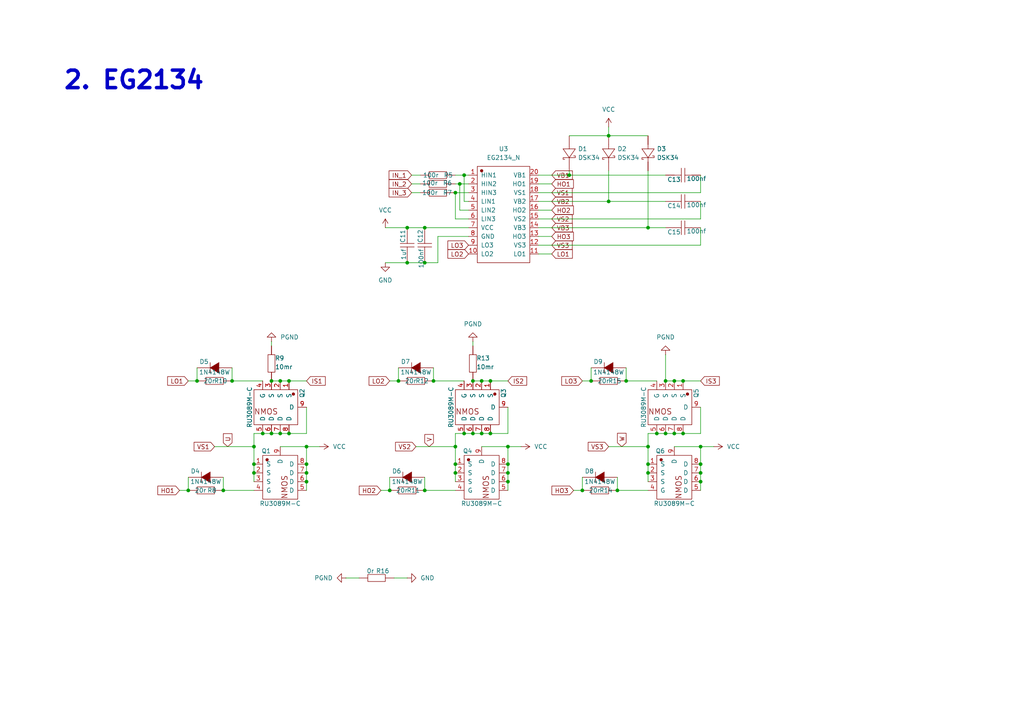
<source format=kicad_sch>
(kicad_sch (version 20231120) (generator "eeschema") (generator_version "8.0")
  (paper "A4")
  (lib_symbols
    (symbol "EG2134_single_motor_drive:1N4148W" (pin_numbers hide) (pin_names (offset 1.016) hide)
      (property "Reference" "D" (at -4.064 2.032 0))
      (property "Value" "1N4148W" (at 0.508 -2.794 0))
      (symbol "1N4148W_1_1"
        (polyline (pts (xy -1.27 -1.524) (xy -1.27 1.524)) (stroke (width 0.1524)))
        (polyline (pts (xy 1.27 1.524) (xy -1.27 0) (xy 1.27 -1.524) (xy 1.27 1.524)) (stroke (width 0.1524)) (fill (type outline)))
        (pin input line (at -5.08 0 0) (length 3.81) (name "K") (number "1"))
        (pin input line (at 5.08 0 180) (length 3.81) (name "A") (number "2"))
      )
    )
    (symbol "EG2134_single_motor_drive:DSK34" (pin_numbers hide) (pin_names (offset 1.016) hide)
      (property "Reference" "D" (at -4.064 2.54 0))
      (property "Value" "DSK34" (at -0.508 -2.794 0))
      (symbol "DSK34_1_1"
        (polyline (pts (xy -1.27 0) (xy -2.54 0)) (stroke (width 0.1524)))
        (polyline (pts (xy 2.54 0) (xy 1.27 0)) (stroke (width 0.1524)))
        (polyline (pts (xy 1.27 1.778) (xy -1.27 0) (xy 1.27 -1.778) (xy 1.27 1.778)) (stroke (width 0.1524)))
        (polyline (pts (xy -1.778 1.27) (xy -1.778 1.778) (xy -1.27 1.778) (xy -1.27 -1.778) (xy -0.762 -1.778) (xy -0.762 -1.27)) (stroke (width 0.1524)))
        (pin input line (at -5.08 0 0) (length 2.54) (name "K") (number "1"))
        (pin input line (at 5.08 0 180) (length 2.54) (name "A") (number "2"))
      )
    )
    (symbol "EG2134_single_motor_drive:EG2134_N" (pin_names (offset 1.016))
      (property "Reference" "U" (at -6.096 15.24 0))
      (property "Value" "EG2134_N" (at 0 -15.24 0))
      (symbol "EG2134_N_1_1"
        (rectangle (start -7.62 13.97) (end 7.62 -13.97) (stroke (width 0.1524)))
        (circle (center -6.35 12.7) (radius 0.381) (stroke (width 0.1524)) (fill (type outline)))
        (pin input line (at -10.16 11.43 0) (length 2.54) (name "HIN1") (number "1"))
        (pin input line (at -10.16 -11.43 0) (length 2.54) (name "LO2") (number "10"))
        (pin input line (at 10.16 -11.43 180) (length 2.54) (name "LO1") (number "11"))
        (pin input line (at 10.16 -8.89 180) (length 2.54) (name "VS3") (number "12"))
        (pin input line (at 10.16 -6.35 180) (length 2.54) (name "HO3") (number "13"))
        (pin input line (at 10.16 -3.81 180) (length 2.54) (name "VB3") (number "14"))
        (pin input line (at 10.16 -1.27 180) (length 2.54) (name "VS2") (number "15"))
        (pin input line (at 10.16 1.27 180) (length 2.54) (name "HO2") (number "16"))
        (pin input line (at 10.16 3.81 180) (length 2.54) (name "VB2") (number "17"))
        (pin input line (at 10.16 6.35 180) (length 2.54) (name "VS1") (number "18"))
        (pin input line (at 10.16 8.89 180) (length 2.54) (name "HO1") (number "19"))
        (pin input line (at -10.16 8.89 0) (length 2.54) (name "HIN2") (number "2"))
        (pin input line (at 10.16 11.43 180) (length 2.54) (name "VB1") (number "20"))
        (pin input line (at -10.16 6.35 0) (length 2.54) (name "HIN3") (number "3"))
        (pin input line (at -10.16 3.81 0) (length 2.54) (name "LIN1") (number "4"))
        (pin input line (at -10.16 1.27 0) (length 2.54) (name "LIN2") (number "5"))
        (pin input line (at -10.16 -1.27 0) (length 2.54) (name "LIN3") (number "6"))
        (pin input line (at -10.16 -3.81 0) (length 2.54) (name "VCC") (number "7"))
        (pin input line (at -10.16 -6.35 0) (length 2.54) (name "GND") (number "8"))
        (pin input line (at -10.16 -8.89 0) (length 2.54) (name "LO3") (number "9"))
      )
    )
    (symbol "EG2134_single_motor_drive:RU3089M-C" (pin_names (offset 1.016))
      (property "Reference" "Q" (at -4.572 6.096 0))
      (property "Value" "RU3089M-C" (at 0.254 -8.636 0))
      (symbol "RU3089M-C_1_1"
        (rectangle (start -5.08 5.08) (end 5.08 -7.62) (stroke (width 0.1524)))
        (circle (center -3.81 3.81) (radius 0.381) (stroke (width 0.1524)) (fill (type outline)))
        (text "NMOS" (at 1.27 -7.62 900) (effects (font (size 1.6256 1.6256)) (justify left)))
        (pin input line (at -7.62 2.54 0) (length 2.54) (name "S") (number "1"))
        (pin input line (at -7.62 0 0) (length 2.54) (name "S") (number "2"))
        (pin input line (at -7.62 -2.54 0) (length 2.54) (name "S") (number "3"))
        (pin input line (at -7.62 -5.08 0) (length 2.54) (name "G") (number "4"))
        (pin input line (at 7.62 -5.08 180) (length 2.54) (name "D") (number "5"))
        (pin input line (at 7.62 -2.54 180) (length 2.54) (name "D") (number "6"))
        (pin input line (at 7.62 0 180) (length 2.54) (name "D") (number "7"))
        (pin input line (at 7.62 2.54 180) (length 2.54) (name "D") (number "8"))
        (pin input line (at 0 7.62 270) (length 2.54) (name "D") (number "9"))
      )
    )
    (symbol "EG2134_single_motor_drive:cap" (pin_numbers hide) (pin_names (offset 1.016) hide)
      (property "Reference" "C" (at -4.064 1.27 0))
      (property "Value" "cap" (at 2.286 1.27 0))
      (symbol "cap_1_1"
        (polyline (pts (xy -0.508 -2.032) (xy -0.508 2.032)) (stroke (width 0.1524)))
        (polyline (pts (xy -0.508 0) (xy -2.54 0)) (stroke (width 0.1524)))
        (polyline (pts (xy 0.508 2.032) (xy 0.508 -2.032)) (stroke (width 0.1524)))
        (polyline (pts (xy 2.54 0) (xy 0.508 0)) (stroke (width 0.1524)))
        (pin input line (at -5.08 0 0) (length 2.54) (name "1") (number "1"))
        (pin input line (at 5.08 0 180) (length 2.54) (name "2") (number "2"))
      )
    )
    (symbol "EG2134_single_motor_drive:res" (pin_numbers hide) (pin_names (offset 1.016) hide)
      (property "Reference" "R" (at -2.032 2.032 0))
      (property "Value" "val" (at -0.254 -2.032 0))
      (symbol "res_1_1"
        (rectangle (start -2.54 1.016) (end 2.54 -1.016) (stroke (width 0.1524)))
        (pin input line (at -5.08 0 0) (length 2.54) (name "1") (number "1"))
        (pin input line (at 5.08 0 180) (length 2.54) (name "2") (number "2"))
      )
    )
    (symbol "power:GND" (power) (pin_numbers hide) (pin_names (offset 0) hide)
      (property "Value" "GND" (at 0 -3.81 0))
      (symbol "GND_0_1"
        (polyline (pts (xy 0 0) (xy 0 -1.27) (xy 1.27 -1.27) (xy 0 -2.54) (xy -1.27 -1.27) (xy 0 -1.27)))
      )
      (symbol "GND_1_1"
        (pin power_in line (at 0 0 270) (length 0) (name "~") (number "1"))
      )
    )
    (symbol "power:VCC" (power) (pin_numbers hide) (pin_names (offset 0) hide)
      (property "Value" "VCC" (at 0 3.556 0))
      (symbol "VCC_0_1"
        (polyline (pts (xy -0.762 1.27) (xy 0 2.54)))
        (polyline (pts (xy 0 0) (xy 0 2.54)))
        (polyline (pts (xy 0 2.54) (xy 0.762 1.27)))
      )
      (symbol "VCC_1_1"
        (pin power_in line (at 0 0 90) (length 0) (name "~") (number "1"))
      )
    )
  )
  (junction (at 123.19 142.24))
  (junction (at 73.66 129.54))
  (junction (at 187.96 66.04))
  (junction (at 165.1 50.8))
  (junction (at 123.19 66.04))
  (junction (at 73.66 134.62))
  (junction (at 125.73 110.49))
  (junction (at 88.9 134.62))
  (junction (at 193.04 125.73))
  (junction (at 132.08 137.16))
  (junction (at 179.07 142.24))
  (junction (at 132.08 134.62))
  (junction (at 187.96 137.16))
  (junction (at 193.04 110.49))
  (junction (at 73.66 137.16))
  (junction (at 54.61 142.24))
  (junction (at 142.24 125.73))
  (junction (at 171.45 110.49))
  (junction (at 147.32 137.16))
  (junction (at 139.7 125.73))
  (junction (at 147.32 134.62))
  (junction (at 115.57 110.49))
  (junction (at 88.9 129.54))
  (junction (at 195.58 125.73))
  (junction (at 134.62 50.8))
  (junction (at 133.35 53.34))
  (junction (at 176.53 39.37))
  (junction (at 168.91 142.24))
  (junction (at 83.82 125.73))
  (junction (at 64.77 142.24))
  (junction (at 198.12 110.49))
  (junction (at 203.2 137.16))
  (junction (at 118.11 76.2))
  (junction (at 134.62 125.73))
  (junction (at 137.16 110.49))
  (junction (at 176.53 58.42))
  (junction (at 113.03 142.24))
  (junction (at 198.12 125.73))
  (junction (at 123.19 76.2))
  (junction (at 88.9 137.16))
  (junction (at 57.15 110.49))
  (junction (at 203.2 129.54))
  (junction (at 132.08 129.54))
  (junction (at 81.28 110.49))
  (junction (at 190.5 125.73))
  (junction (at 137.16 125.73))
  (junction (at 132.08 55.88))
  (junction (at 78.74 110.49))
  (junction (at 203.2 139.7))
  (junction (at 195.58 110.49))
  (junction (at 147.32 129.54))
  (junction (at 187.96 134.62))
  (junction (at 118.11 66.04))
  (junction (at 88.9 139.7))
  (junction (at 139.7 110.49))
  (junction (at 147.32 139.7))
  (junction (at 203.2 134.62))
  (junction (at 78.74 125.73))
  (junction (at 67.31 110.49))
  (junction (at 81.28 125.73))
  (junction (at 187.96 129.54))
  (junction (at 83.82 110.49))
  (junction (at 76.2 125.73))
  (junction (at 181.61 110.49))
  (junction (at 142.24 110.49))
  (wire (pts (xy 147.32 125.73) (xy 142.24 125.73)))
  (wire (pts (xy 133.35 53.34) (xy 133.35 60.96)))
  (wire (pts (xy 176.53 39.37) (xy 187.96 39.37)))
  (wire (pts (xy 203.2 110.49) (xy 198.12 110.49)))
  (wire (pts (xy 119.38 53.34) (xy 121.92 53.34)))
  (wire (pts (xy 111.76 66.04) (xy 118.11 66.04)))
  (wire (pts (xy 62.23 129.54) (xy 73.66 129.54)))
  (wire (pts (xy 181.61 106.68) (xy 181.61 110.49)))
  (wire (pts (xy 120.65 129.54) (xy 132.08 129.54)))
  (wire (pts (xy 123.19 142.24) (xy 132.08 142.24)))
  (wire (pts (xy 81.28 129.54) (xy 88.9 129.54)))
  (wire (pts (xy 73.66 129.54) (xy 73.66 134.62)))
  (wire (pts (xy 156.21 68.58) (xy 160.02 68.58)))
  (wire (pts (xy 92.71 129.54) (xy 88.9 129.54)))
  (wire (pts (xy 113.03 138.43) (xy 113.03 142.24)))
  (wire (pts (xy 81.28 125.73) (xy 83.82 125.73)))
  (wire (pts (xy 104.14 167.64) (xy 100.33 167.64)))
  (wire (pts (xy 203.2 139.7) (xy 203.2 142.24)))
  (wire (pts (xy 156.21 60.96) (xy 160.02 60.96)))
  (wire (pts (xy 203.2 50.8) (xy 203.2 55.88)))
  (wire (pts (xy 110.49 142.24) (xy 113.03 142.24)))
  (wire (pts (xy 193.04 102.87) (xy 193.04 110.49)))
  (wire (pts (xy 64.77 142.24) (xy 73.66 142.24)))
  (wire (pts (xy 81.28 125.73) (xy 78.74 125.73)))
  (wire (pts (xy 73.66 129.54) (xy 73.66 125.73)))
  (wire (pts (xy 166.37 142.24) (xy 168.91 142.24)))
  (wire (pts (xy 187.96 49.53) (xy 187.96 66.04)))
  (wire (pts (xy 171.45 106.68) (xy 171.45 110.49)))
  (wire (pts (xy 88.9 110.49) (xy 83.82 110.49)))
  (wire (pts (xy 165.1 50.8) (xy 193.04 50.8)))
  (wire (pts (xy 125.73 106.68) (xy 125.73 110.49)))
  (wire (pts (xy 147.32 118.11) (xy 147.32 125.73)))
  (wire (pts (xy 160.02 73.66) (xy 156.21 73.66)))
  (wire (pts (xy 187.96 129.54) (xy 187.96 134.62)))
  (wire (pts (xy 165.1 39.37) (xy 176.53 39.37)))
  (wire (pts (xy 168.91 110.49) (xy 171.45 110.49)))
  (wire (pts (xy 203.2 137.16) (xy 203.2 139.7)))
  (wire (pts (xy 203.2 71.12) (xy 203.2 66.04)))
  (wire (pts (xy 139.7 129.54) (xy 147.32 129.54)))
  (wire (pts (xy 195.58 125.73) (xy 193.04 125.73)))
  (wire (pts (xy 54.61 110.49) (xy 57.15 110.49)))
  (wire (pts (xy 181.61 110.49) (xy 190.5 110.49)))
  (wire (pts (xy 118.11 66.04) (xy 123.19 66.04)))
  (wire (pts (xy 132.08 129.54) (xy 132.08 125.73)))
  (wire (pts (xy 123.19 66.04) (xy 135.89 66.04)))
  (wire (pts (xy 78.74 99.06) (xy 78.74 100.33)))
  (wire (pts (xy 132.08 50.8) (xy 134.62 50.8)))
  (wire (pts (xy 127 76.2) (xy 123.19 76.2)))
  (wire (pts (xy 67.31 106.68) (xy 67.31 110.49)))
  (wire (pts (xy 160.02 53.34) (xy 156.21 53.34)))
  (wire (pts (xy 119.38 55.88) (xy 121.92 55.88)))
  (wire (pts (xy 88.9 137.16) (xy 88.9 139.7)))
  (wire (pts (xy 135.89 58.42) (xy 134.62 58.42)))
  (wire (pts (xy 88.9 125.73) (xy 83.82 125.73)))
  (wire (pts (xy 165.1 50.8) (xy 165.1 49.53)))
  (wire (pts (xy 156.21 55.88) (xy 203.2 55.88)))
  (wire (pts (xy 176.53 49.53) (xy 176.53 58.42)))
  (wire (pts (xy 168.91 138.43) (xy 168.91 142.24)))
  (wire (pts (xy 115.57 106.68) (xy 115.57 110.49)))
  (wire (pts (xy 187.96 137.16) (xy 187.96 139.7)))
  (wire (pts (xy 119.38 50.8) (xy 121.92 50.8)))
  (wire (pts (xy 203.2 125.73) (xy 198.12 125.73)))
  (wire (pts (xy 176.53 58.42) (xy 193.04 58.42)))
  (wire (pts (xy 137.16 125.73) (xy 134.62 125.73)))
  (wire (pts (xy 176.53 129.54) (xy 187.96 129.54)))
  (wire (pts (xy 67.31 110.49) (xy 76.2 110.49)))
  (wire (pts (xy 54.61 138.43) (xy 54.61 142.24)))
  (wire (pts (xy 125.73 110.49) (xy 134.62 110.49)))
  (wire (pts (xy 73.66 125.73) (xy 76.2 125.73)))
  (wire (pts (xy 52.07 142.24) (xy 54.61 142.24)))
  (wire (pts (xy 193.04 125.73) (xy 190.5 125.73)))
  (wire (pts (xy 156.21 63.5) (xy 203.2 63.5)))
  (wire (pts (xy 147.32 137.16) (xy 147.32 139.7)))
  (wire (pts (xy 78.74 125.73) (xy 76.2 125.73)))
  (wire (pts (xy 139.7 125.73) (xy 142.24 125.73)))
  (wire (pts (xy 156.21 66.04) (xy 187.96 66.04)))
  (wire (pts (xy 88.9 139.7) (xy 88.9 142.24)))
  (wire (pts (xy 73.66 137.16) (xy 73.66 139.7)))
  (wire (pts (xy 132.08 55.88) (xy 135.89 55.88)))
  (wire (pts (xy 187.96 66.04) (xy 193.04 66.04)))
  (wire (pts (xy 88.9 118.11) (xy 88.9 125.73)))
  (wire (pts (xy 147.32 139.7) (xy 147.32 142.24)))
  (wire (pts (xy 113.03 110.49) (xy 115.57 110.49)))
  (wire (pts (xy 123.19 138.43) (xy 123.19 142.24)))
  (wire (pts (xy 139.7 110.49) (xy 142.24 110.49)))
  (wire (pts (xy 147.32 134.62) (xy 147.32 137.16)))
  (wire (pts (xy 111.76 76.2) (xy 118.11 76.2)))
  (wire (pts (xy 118.11 167.64) (xy 114.3 167.64)))
  (wire (pts (xy 64.77 138.43) (xy 64.77 142.24)))
  (wire (pts (xy 203.2 118.11) (xy 203.2 125.73)))
  (wire (pts (xy 147.32 129.54) (xy 147.32 134.62)))
  (wire (pts (xy 73.66 134.62) (xy 73.66 137.16)))
  (wire (pts (xy 118.11 76.2) (xy 123.19 76.2)))
  (wire (pts (xy 151.13 129.54) (xy 147.32 129.54)))
  (wire (pts (xy 132.08 137.16) (xy 132.08 139.7)))
  (wire (pts (xy 147.32 110.49) (xy 142.24 110.49)))
  (wire (pts (xy 137.16 99.06) (xy 137.16 100.33)))
  (wire (pts (xy 187.96 125.73) (xy 190.5 125.73)))
  (wire (pts (xy 179.07 138.43) (xy 179.07 142.24)))
  (wire (pts (xy 179.07 142.24) (xy 187.96 142.24)))
  (wire (pts (xy 134.62 50.8) (xy 134.62 58.42)))
  (wire (pts (xy 132.08 63.5) (xy 132.08 55.88)))
  (wire (pts (xy 156.21 50.8) (xy 165.1 50.8)))
  (wire (pts (xy 81.28 110.49) (xy 83.82 110.49)))
  (wire (pts (xy 135.89 60.96) (xy 133.35 60.96)))
  (wire (pts (xy 187.96 134.62) (xy 187.96 137.16)))
  (wire (pts (xy 78.74 110.49) (xy 81.28 110.49)))
  (wire (pts (xy 137.16 110.49) (xy 139.7 110.49)))
  (wire (pts (xy 187.96 129.54) (xy 187.96 125.73)))
  (wire (pts (xy 195.58 110.49) (xy 198.12 110.49)))
  (wire (pts (xy 176.53 36.83) (xy 176.53 39.37)))
  (wire (pts (xy 156.21 71.12) (xy 203.2 71.12)))
  (wire (pts (xy 132.08 129.54) (xy 132.08 134.62)))
  (wire (pts (xy 135.89 68.58) (xy 127 68.58)))
  (wire (pts (xy 203.2 63.5) (xy 203.2 58.42)))
  (wire (pts (xy 88.9 129.54) (xy 88.9 134.62)))
  (wire (pts (xy 203.2 129.54) (xy 203.2 134.62)))
  (wire (pts (xy 195.58 125.73) (xy 198.12 125.73)))
  (wire (pts (xy 134.62 50.8) (xy 135.89 50.8)))
  (wire (pts (xy 132.08 125.73) (xy 134.62 125.73)))
  (wire (pts (xy 133.35 53.34) (xy 135.89 53.34)))
  (wire (pts (xy 139.7 125.73) (xy 137.16 125.73)))
  (wire (pts (xy 132.08 134.62) (xy 132.08 137.16)))
  (wire (pts (xy 132.08 53.34) (xy 133.35 53.34)))
  (wire (pts (xy 207.01 129.54) (xy 203.2 129.54)))
  (wire (pts (xy 156.21 58.42) (xy 176.53 58.42)))
  (wire (pts (xy 57.15 106.68) (xy 57.15 110.49)))
  (wire (pts (xy 195.58 129.54) (xy 203.2 129.54)))
  (wire (pts (xy 88.9 134.62) (xy 88.9 137.16)))
  (wire (pts (xy 127 68.58) (xy 127 76.2)))
  (wire (pts (xy 135.89 63.5) (xy 132.08 63.5)))
  (wire (pts (xy 193.04 110.49) (xy 195.58 110.49)))
  (wire (pts (xy 203.2 134.62) (xy 203.2 137.16)))
  (text "2. EG2134\n" (at 38.862 23.368 0) (effects (font (size 5.08 5.08) (thickness 1.016) (bold yes))))
  (global_label "VS2" (shape input) (at 160.02 63.5 0) (property "Intersheetrefs" "${INTERSHEET_REFS}" (effects (hide yes))))
  (global_label "HO2" (shape input) (at 160.02 60.96 0) (property "Intersheetrefs" "${INTERSHEET_REFS}" (effects (hide yes))))
  (global_label "IS3" (shape input) (at 203.2 110.49 0) (property "Intersheetrefs" "${INTERSHEET_REFS}" (effects (hide yes))))
  (global_label "LO1" (shape input) (at 54.61 110.49 180) (property "Intersheetrefs" "${INTERSHEET_REFS}" (effects (hide yes))))
  (global_label "IN_2" (shape input) (at 119.38 53.34 180) (property "Intersheetrefs" "${INTERSHEET_REFS}" (effects (hide yes))))
  (global_label "LO3" (shape input) (at 135.89 71.12 180) (property "Intersheetrefs" "${INTERSHEET_REFS}" (effects (hide yes))))
  (global_label "LO3" (shape input) (at 168.91 110.49 180) (property "Intersheetrefs" "${INTERSHEET_REFS}" (effects (hide yes))))
  (global_label "HO3" (shape input) (at 160.02 68.58 0) (property "Intersheetrefs" "${INTERSHEET_REFS}" (effects (hide yes))))
  (global_label "V" (shape input) (at 124.46 129.54 90) (property "Intersheetrefs" "${INTERSHEET_REFS}" (effects (hide yes))))
  (global_label "LO2" (shape input) (at 135.89 73.66 180) (property "Intersheetrefs" "${INTERSHEET_REFS}" (effects (hide yes))))
  (global_label "IS1" (shape input) (at 88.9 110.49 0) (property "Intersheetrefs" "${INTERSHEET_REFS}" (effects (hide yes))))
  (global_label "VS3" (shape input) (at 176.53 129.54 180) (property "Intersheetrefs" "${INTERSHEET_REFS}" (effects (hide yes))))
  (global_label "IN_1" (shape input) (at 119.38 50.8 180) (property "Intersheetrefs" "${INTERSHEET_REFS}" (effects (hide yes))))
  (global_label "VB1" (shape input) (at 160.02 50.8 0) (property "Intersheetrefs" "${INTERSHEET_REFS}" (effects (hide yes))))
  (global_label "HO2" (shape input) (at 110.49 142.24 180) (property "Intersheetrefs" "${INTERSHEET_REFS}" (effects (hide yes))))
  (global_label "HO1" (shape input) (at 52.07 142.24 180) (property "Intersheetrefs" "${INTERSHEET_REFS}" (effects (hide yes))))
  (global_label "HO1" (shape input) (at 160.02 53.34 0) (property "Intersheetrefs" "${INTERSHEET_REFS}" (effects (hide yes))))
  (global_label "U" (shape input) (at 66.04 129.54 90) (property "Intersheetrefs" "${INTERSHEET_REFS}" (effects (hide yes))))
  (global_label "VB3" (shape input) (at 160.02 66.04 0) (property "Intersheetrefs" "${INTERSHEET_REFS}" (effects (hide yes))))
  (global_label "VB2" (shape input) (at 160.02 58.42 0) (property "Intersheetrefs" "${INTERSHEET_REFS}" (effects (hide yes))))
  (global_label "LO1" (shape input) (at 160.02 73.66 0) (property "Intersheetrefs" "${INTERSHEET_REFS}" (effects (hide yes))))
  (global_label "IS2" (shape input) (at 147.32 110.49 0) (property "Intersheetrefs" "${INTERSHEET_REFS}" (effects (hide yes))))
  (global_label "VS3" (shape input) (at 160.02 71.12 0) (property "Intersheetrefs" "${INTERSHEET_REFS}" (effects (hide yes))))
  (global_label "LO2" (shape input) (at 113.03 110.49 180) (property "Intersheetrefs" "${INTERSHEET_REFS}" (effects (hide yes))))
  (global_label "IN_3" (shape input) (at 119.38 55.88 180) (property "Intersheetrefs" "${INTERSHEET_REFS}" (effects (hide yes))))
  (global_label "W" (shape input) (at 180.34 129.54 90) (property "Intersheetrefs" "${INTERSHEET_REFS}" (effects (hide yes))))
  (global_label "HO3" (shape input) (at 166.37 142.24 180) (property "Intersheetrefs" "${INTERSHEET_REFS}" (effects (hide yes))))
  (global_label "VS1" (shape input) (at 160.02 55.88 0) (property "Intersheetrefs" "${INTERSHEET_REFS}" (effects (hide yes))))
  (global_label "VS2" (shape input) (at 120.65 129.54 180) (property "Intersheetrefs" "${INTERSHEET_REFS}" (effects (hide yes))))
  (global_label "VS1" (shape input) (at 62.23 129.54 180) (property "Intersheetrefs" "${INTERSHEET_REFS}" (effects (hide yes))))
  (symbol (lib_id "EG2134_single_motor_drive:DSK34") (at 187.96 44.45 90) (unit 1)
    (property "Reference" "D3" (at 190.5 43.1799 90) (effects (justify right)))
    (property "Value" "DSK34" (at 190.5 45.7199 90) (effects (justify right)))
    (property "Footprint" "EG2134_single_motor_drive:DSK34" (effects (hide yes)))
    (property "Datasheet" "http://www.szlcsc.com/product/details_774181.html" (effects (hide yes)))
    (property "SuppliersPartNumber" "C727076" (effects (hide yes)))
    (property "uuid" "std:62d0295c2f134776a63356e5ede70b4b" (effects (hide yes)))
  )
  (symbol (lib_id "EG2134_single_motor_drive:cap") (at 198.12 66.04 180) (unit 1)
    (property "Reference" "C15" (at 193.548 67.31 0) (effects (justify right)))
    (property "Value" "100nf" (at 199.136 67.056 0) (effects (justify right)))
    (property "Footprint" "EG2134_single_motor_drive:C0603" (effects (hide yes)))
    (property "Datasheet" "http://www.szlcsc.com/product/details_16532.html" (effects (hide yes)))
    (property "SuppliersPartNumber" "C15850" (effects (hide yes)))
    (property "uuid" "std:7a0c79967d0e7ae293044fb82790899a" (effects (hide yes)))
  )
  (symbol (lib_id "EG2134_single_motor_drive:res") (at 127 53.34 0) (unit 1)
    (property "Reference" "R6" (at 129.794 53.086 0))
    (property "Value" "100r" (at 124.714 53.086 0))
    (property "Footprint" "EG2134_single_motor_drive:R0402" (effects (hide yes)))
    (property "Datasheet" "http://www.szlcsc.com/product/details_26547.html" (effects (hide yes)))
    (property "SuppliersPartNumber" "C25804" (effects (hide yes)))
    (property "uuid" "std:b210af5a1436310a86e8b108e2e5a90b" (effects (hide yes)))
  )
  (symbol (lib_id "power:VCC") (at 92.71 129.54 270) (unit 1)
    (property "Reference" "#PWR021" (effects (hide yes)))
    (property "Value" "VCC" (at 96.52 129.5399 90) (effects (justify left)))
    (property "Description" "Power symbol creates a global label with name \"VCC\"" (effects (hide yes)))
  )
  (symbol (lib_id "EG2134_single_motor_drive:EG2134_N") (at 146.05 62.23 0) (unit 1)
    (property "Reference" "U3" (at 146.05 43.18 0))
    (property "Value" "EG2134_N" (at 146.05 45.72 0))
    (property "Footprint" "EG2134_single_motor_drive:EG2134-N" (effects (hide yes)))
    (property "SuppliersPartNumber" "C2847988" (effects (hide yes)))
    (property "uuid" "std:06137446b307440a937b01a1a5f0bef6" (effects (hide yes)))
  )
  (symbol (lib_id "power:VCC") (at 176.53 36.83 0) (unit 1)
    (property "Reference" "#PWR020" (effects (hide yes)))
    (property "Value" "VCC" (at 176.53 31.75 0))
    (property "Description" "Power symbol creates a global label with name \"VCC\"" (effects (hide yes)))
  )
  (symbol (lib_id "EG2134_single_motor_drive:RU3089M-C") (at 139.7 137.16 0) (unit 1)
    (property "Reference" "Q4" (at 135.636 130.81 0))
    (property "Value" "RU3089M-C" (at 139.7 146.05 0))
    (property "Footprint" "EG2134_single_motor_drive:RU3089M-C" (effects (hide yes)))
    (property "Datasheet" "http://www.szlcsc.com/product/details_539374.html" (effects (hide yes)))
    (property "SuppliersPartNumber" "C521551" (effects (hide yes)))
    (property "uuid" "std:eaed6c6dee514a1b9b59ef9944d5e1b5" (effects (hide yes)))
  )
  (symbol (lib_id "EG2134_single_motor_drive:RU3089M-C") (at 81.28 118.11 270) (unit 1)
    (property "Reference" "Q2" (at 87.63 114.046 0))
    (property "Value" "RU3089M-C" (at 72.39 118.11 0))
    (property "Footprint" "EG2134_single_motor_drive:RU3089M-C" (effects (hide yes)))
    (property "Datasheet" "http://www.szlcsc.com/product/details_539374.html" (effects (hide yes)))
    (property "SuppliersPartNumber" "C521551" (effects (hide yes)))
    (property "uuid" "std:eaed6c6dee514a1b9b59ef9944d5e1b5" (effects (hide yes)))
  )
  (symbol (lib_id "power:GND") (at 193.04 102.87 180) (unit 1)
    (property "Reference" "#PWR025" (effects (hide yes)))
    (property "Value" "PGND" (at 193.04 97.79 0))
    (property "Description" "Power symbol creates a global label with name \"GND\" , ground" (effects (hide yes)))
  )
  (symbol (lib_id "EG2134_single_motor_drive:res") (at 173.99 142.24 0) (unit 1)
    (property "Reference" "R14" (at 175.768 142.24 0))
    (property "Value" "20r" (at 172.466 142.24 0))
    (property "Footprint" "EG2134_single_motor_drive:R0402" (effects (hide yes)))
    (property "Datasheet" "http://www.szlcsc.com/product/details_26547.html" (effects (hide yes)))
    (property "SuppliersPartNumber" "C25804" (effects (hide yes)))
    (property "uuid" "std:b210af5a1436310a86e8b108e2e5a90b" (effects (hide yes)))
  )
  (symbol (lib_id "power:VCC") (at 207.01 129.54 270) (unit 1)
    (property "Reference" "#PWR026" (effects (hide yes)))
    (property "Value" "VCC" (at 210.82 129.5399 90) (effects (justify left)))
    (property "Description" "Power symbol creates a global label with name \"VCC\"" (effects (hide yes)))
  )
  (symbol (lib_id "EG2134_single_motor_drive:RU3089M-C") (at 195.58 137.16 0) (unit 1)
    (property "Reference" "Q6" (at 191.516 130.81 0))
    (property "Value" "RU3089M-C" (at 195.58 146.05 0))
    (property "Footprint" "EG2134_single_motor_drive:RU3089M-C" (effects (hide yes)))
    (property "Datasheet" "http://www.szlcsc.com/product/details_539374.html" (effects (hide yes)))
    (property "SuppliersPartNumber" "C521551" (effects (hide yes)))
    (property "uuid" "std:eaed6c6dee514a1b9b59ef9944d5e1b5" (effects (hide yes)))
  )
  (symbol (lib_id "EG2134_single_motor_drive:cap") (at 198.12 50.8 180) (unit 1)
    (property "Reference" "C13" (at 193.548 52.07 0) (effects (justify right)))
    (property "Value" "100nf" (at 199.136 51.816 0) (effects (justify right)))
    (property "Footprint" "EG2134_single_motor_drive:C0603" (effects (hide yes)))
    (property "Datasheet" "http://www.szlcsc.com/product/details_16532.html" (effects (hide yes)))
    (property "SuppliersPartNumber" "C15850" (effects (hide yes)))
    (property "uuid" "std:7a0c79967d0e7ae293044fb82790899a" (effects (hide yes)))
  )
  (symbol (lib_id "power:GND") (at 78.74 99.06 180) (unit 1)
    (property "Reference" "#PWR022" (effects (hide yes)))
    (property "Value" "PGND" (at 81.28 97.7899 0) (effects (justify right)))
    (property "Description" "Power symbol creates a global label with name \"GND\" , ground" (effects (hide yes)))
  )
  (symbol (lib_id "EG2134_single_motor_drive:cap") (at 198.12 58.42 180) (unit 1)
    (property "Reference" "C14" (at 193.548 59.69 0) (effects (justify right)))
    (property "Value" "100nf" (at 199.136 59.436 0) (effects (justify right)))
    (property "Footprint" "EG2134_single_motor_drive:C0603" (effects (hide yes)))
    (property "Datasheet" "http://www.szlcsc.com/product/details_16532.html" (effects (hide yes)))
    (property "SuppliersPartNumber" "C15850" (effects (hide yes)))
    (property "uuid" "std:7a0c79967d0e7ae293044fb82790899a" (effects (hide yes)))
  )
  (symbol (lib_id "EG2134_single_motor_drive:res") (at 109.22 167.64 0) (unit 1)
    (property "Reference" "R16" (at 110.998 165.608 0))
    (property "Value" "0r" (at 107.442 165.608 0))
    (property "Footprint" "EG2134_single_motor_drive:R0603" (effects (hide yes)))
    (property "Datasheet" "http://www.szlcsc.com/product/details_26547.html" (effects (hide yes)))
    (property "SuppliersPartNumber" "C25804" (effects (hide yes)))
    (property "uuid" "std:b210af5a1436310a86e8b108e2e5a90b" (effects (hide yes)))
  )
  (symbol (lib_id "EG2134_single_motor_drive:res") (at 62.23 110.49 0) (unit 1)
    (property "Reference" "R10" (at 64.008 110.49 0))
    (property "Value" "20r" (at 60.706 110.49 0))
    (property "Footprint" "EG2134_single_motor_drive:R0402" (effects (hide yes)))
    (property "Datasheet" "http://www.szlcsc.com/product/details_26547.html" (effects (hide yes)))
    (property "SuppliersPartNumber" "C25804" (effects (hide yes)))
    (property "uuid" "std:b210af5a1436310a86e8b108e2e5a90b" (effects (hide yes)))
  )
  (symbol (lib_id "EG2134_single_motor_drive:1N4148W") (at 173.99 138.43 0) (unit 1)
    (property "Reference" "D8" (at 170.942 136.652 0))
    (property "Value" "1N4148W" (at 173.99 139.7 0))
    (property "Footprint" "EG2134_single_motor_drive:1N4148W" (effects (hide yes)))
    (property "Datasheet" "http://www.szlcsc.com/product/details_2456.html" (effects (hide yes)))
    (property "SuppliersPartNumber" "C2099" (effects (hide yes)))
    (property "uuid" "std:22abf4cdff78769a903e16566f6cdbe3" (effects (hide yes)))
  )
  (symbol (lib_id "EG2134_single_motor_drive:res") (at 127 50.8 0) (unit 1)
    (property "Reference" "R5" (at 130.048 50.8 0))
    (property "Value" "100r" (at 124.968 50.8 0))
    (property "Footprint" "EG2134_single_motor_drive:R0402" (effects (hide yes)))
    (property "Datasheet" "http://www.szlcsc.com/product/details_26547.html" (effects (hide yes)))
    (property "SuppliersPartNumber" "C25804" (effects (hide yes)))
    (property "uuid" "std:b210af5a1436310a86e8b108e2e5a90b" (effects (hide yes)))
  )
  (symbol (lib_id "EG2134_single_motor_drive:1N4148W") (at 59.69 138.43 0) (unit 1)
    (property "Reference" "D4" (at 56.642 136.652 0))
    (property "Value" "1N4148W" (at 59.69 139.7 0))
    (property "Footprint" "EG2134_single_motor_drive:1N4148W" (effects (hide yes)))
    (property "Datasheet" "http://www.szlcsc.com/product/details_2456.html" (effects (hide yes)))
    (property "SuppliersPartNumber" "C2099" (effects (hide yes)))
    (property "uuid" "std:22abf4cdff78769a903e16566f6cdbe3" (effects (hide yes)))
  )
  (symbol (lib_id "power:GND") (at 111.76 76.2 0) (unit 1)
    (property "Reference" "#PWR019" (effects (hide yes)))
    (property "Value" "GND" (at 111.76 81.28 0))
    (property "Description" "Power symbol creates a global label with name \"GND\" , ground" (effects (hide yes)))
  )
  (symbol (lib_id "power:GND") (at 100.33 167.64 270) (unit 1)
    (property "Reference" "#PWR027" (effects (hide yes)))
    (property "Value" "PGND" (at 96.52 167.6399 90) (effects (justify right)))
    (property "Description" "Power symbol creates a global label with name \"GND\" , ground" (effects (hide yes)))
  )
  (symbol (lib_id "EG2134_single_motor_drive:RU3089M-C") (at 81.28 137.16 0) (unit 1)
    (property "Reference" "Q1" (at 77.216 130.81 0))
    (property "Value" "RU3089M-C" (at 81.28 146.05 0))
    (property "Footprint" "EG2134_single_motor_drive:RU3089M-C" (effects (hide yes)))
    (property "Datasheet" "http://www.szlcsc.com/product/details_539374.html" (effects (hide yes)))
    (property "SuppliersPartNumber" "C521551" (effects (hide yes)))
    (property "uuid" "std:eaed6c6dee514a1b9b59ef9944d5e1b5" (effects (hide yes)))
  )
  (symbol (lib_id "EG2134_single_motor_drive:cap") (at 118.11 71.12 90) (unit 1)
    (property "Reference" "C11" (at 116.84 66.548 0) (effects (justify right)))
    (property "Value" "1uf" (at 117.094 72.136 0) (effects (justify right)))
    (property "Footprint" "EG2134_single_motor_drive:C0603" (effects (hide yes)))
    (property "Datasheet" "http://www.szlcsc.com/product/details_16532.html" (effects (hide yes)))
    (property "SuppliersPartNumber" "C15850" (effects (hide yes)))
    (property "uuid" "std:7a0c79967d0e7ae293044fb82790899a" (effects (hide yes)))
  )
  (symbol (lib_id "power:GND") (at 137.16 99.06 180) (unit 1)
    (property "Reference" "#PWR023" (effects (hide yes)))
    (property "Value" "PGND" (at 137.16 93.98 0))
    (property "Description" "Power symbol creates a global label with name \"GND\" , ground" (effects (hide yes)))
  )
  (symbol (lib_id "EG2134_single_motor_drive:cap") (at 123.19 71.12 90) (unit 1)
    (property "Reference" "C12" (at 121.92 66.548 0) (effects (justify right)))
    (property "Value" "100nf" (at 122.174 72.136 0) (effects (justify right)))
    (property "Footprint" "EG2134_single_motor_drive:C0603" (effects (hide yes)))
    (property "Datasheet" "http://www.szlcsc.com/product/details_16532.html" (effects (hide yes)))
    (property "SuppliersPartNumber" "C15850" (effects (hide yes)))
    (property "uuid" "std:7a0c79967d0e7ae293044fb82790899a" (effects (hide yes)))
  )
  (symbol (lib_id "EG2134_single_motor_drive:DSK34") (at 176.53 44.45 90) (unit 1)
    (property "Reference" "D2" (at 179.07 43.1799 90) (effects (justify right)))
    (property "Value" "DSK34" (at 179.07 45.7199 90) (effects (justify right)))
    (property "Footprint" "EG2134_single_motor_drive:DSK34" (effects (hide yes)))
    (property "Datasheet" "http://www.szlcsc.com/product/details_774181.html" (effects (hide yes)))
    (property "SuppliersPartNumber" "C727076" (effects (hide yes)))
    (property "uuid" "std:62d0295c2f134776a63356e5ede70b4b" (effects (hide yes)))
  )
  (symbol (lib_id "EG2134_single_motor_drive:1N4148W") (at 120.65 106.68 0) (unit 1)
    (property "Reference" "D7" (at 117.602 104.902 0))
    (property "Value" "1N4148W" (at 120.65 107.95 0))
    (property "Footprint" "EG2134_single_motor_drive:1N4148W" (effects (hide yes)))
    (property "Datasheet" "http://www.szlcsc.com/product/details_2456.html" (effects (hide yes)))
    (property "SuppliersPartNumber" "C2099" (effects (hide yes)))
    (property "uuid" "std:22abf4cdff78769a903e16566f6cdbe3" (effects (hide yes)))
  )
  (symbol (lib_id "EG2134_single_motor_drive:DSK34") (at 165.1 44.45 90) (unit 1)
    (property "Reference" "D1" (at 167.64 43.1799 90) (effects (justify right)))
    (property "Value" "DSK34" (at 167.64 45.7199 90) (effects (justify right)))
    (property "Footprint" "EG2134_single_motor_drive:DSK34" (effects (hide yes)))
    (property "Datasheet" "http://www.szlcsc.com/product/details_774181.html" (effects (hide yes)))
    (property "SuppliersPartNumber" "C727076" (effects (hide yes)))
    (property "uuid" "std:62d0295c2f134776a63356e5ede70b4b" (effects (hide yes)))
  )
  (symbol (lib_id "power:VCC") (at 111.76 66.04 0) (unit 1)
    (property "Reference" "#PWR018" (effects (hide yes)))
    (property "Value" "VCC" (at 111.76 60.96 0))
    (property "Description" "Power symbol creates a global label with name \"VCC\"" (effects (hide yes)))
  )
  (symbol (lib_id "EG2134_single_motor_drive:RU3089M-C") (at 139.7 118.11 270) (unit 1)
    (property "Reference" "Q3" (at 146.05 114.046 0))
    (property "Value" "RU3089M-C" (at 130.81 118.11 0))
    (property "Footprint" "EG2134_single_motor_drive:RU3089M-C" (effects (hide yes)))
    (property "Datasheet" "http://www.szlcsc.com/product/details_539374.html" (effects (hide yes)))
    (property "SuppliersPartNumber" "C521551" (effects (hide yes)))
    (property "uuid" "std:eaed6c6dee514a1b9b59ef9944d5e1b5" (effects (hide yes)))
  )
  (symbol (lib_id "EG2134_single_motor_drive:RU3089M-C") (at 195.58 118.11 270) (unit 1)
    (property "Reference" "Q5" (at 201.93 114.046 0))
    (property "Value" "RU3089M-C" (at 186.69 118.11 0))
    (property "Footprint" "EG2134_single_motor_drive:RU3089M-C" (effects (hide yes)))
    (property "Datasheet" "http://www.szlcsc.com/product/details_539374.html" (effects (hide yes)))
    (property "SuppliersPartNumber" "C521551" (effects (hide yes)))
    (property "uuid" "std:eaed6c6dee514a1b9b59ef9944d5e1b5" (effects (hide yes)))
  )
  (symbol (lib_id "EG2134_single_motor_drive:res") (at 120.65 110.49 0) (unit 1)
    (property "Reference" "R12" (at 122.428 110.49 0))
    (property "Value" "20r" (at 119.126 110.49 0))
    (property "Footprint" "EG2134_single_motor_drive:R0402" (effects (hide yes)))
    (property "Datasheet" "http://www.szlcsc.com/product/details_26547.html" (effects (hide yes)))
    (property "SuppliersPartNumber" "C25804" (effects (hide yes)))
    (property "uuid" "std:b210af5a1436310a86e8b108e2e5a90b" (effects (hide yes)))
  )
  (symbol (lib_id "EG2134_single_motor_drive:1N4148W") (at 176.53 106.68 0) (unit 1)
    (property "Reference" "D9" (at 173.482 104.902 0))
    (property "Value" "1N4148W" (at 176.53 107.95 0))
    (property "Footprint" "EG2134_single_motor_drive:1N4148W" (effects (hide yes)))
    (property "Datasheet" "http://www.szlcsc.com/product/details_2456.html" (effects (hide yes)))
    (property "SuppliersPartNumber" "C2099" (effects (hide yes)))
    (property "uuid" "std:22abf4cdff78769a903e16566f6cdbe3" (effects (hide yes)))
  )
  (symbol (lib_id "EG2134_single_motor_drive:1N4148W") (at 118.11 138.43 0) (unit 1)
    (property "Reference" "D6" (at 115.062 136.652 0))
    (property "Value" "1N4148W" (at 118.11 139.7 0))
    (property "Footprint" "EG2134_single_motor_drive:1N4148W" (effects (hide yes)))
    (property "Datasheet" "http://www.szlcsc.com/product/details_2456.html" (effects (hide yes)))
    (property "SuppliersPartNumber" "C2099" (effects (hide yes)))
    (property "uuid" "std:22abf4cdff78769a903e16566f6cdbe3" (effects (hide yes)))
  )
  (symbol (lib_id "EG2134_single_motor_drive:1N4148W") (at 62.23 106.68 0) (unit 1)
    (property "Reference" "D5" (at 59.182 104.902 0))
    (property "Value" "1N4148W" (at 62.23 107.95 0))
    (property "Footprint" "EG2134_single_motor_drive:1N4148W" (effects (hide yes)))
    (property "Datasheet" "http://www.szlcsc.com/product/details_2456.html" (effects (hide yes)))
    (property "SuppliersPartNumber" "C2099" (effects (hide yes)))
    (property "uuid" "std:22abf4cdff78769a903e16566f6cdbe3" (effects (hide yes)))
  )
  (symbol (lib_id "EG2134_single_motor_drive:res") (at 59.69 142.24 0) (unit 1)
    (property "Reference" "R8" (at 61.468 142.24 0))
    (property "Value" "20r" (at 58.166 142.24 0))
    (property "Footprint" "EG2134_single_motor_drive:R0402" (effects (hide yes)))
    (property "Datasheet" "http://www.szlcsc.com/product/details_26547.html" (effects (hide yes)))
    (property "SuppliersPartNumber" "C25804" (effects (hide yes)))
    (property "uuid" "std:b210af5a1436310a86e8b108e2e5a90b" (effects (hide yes)))
  )
  (symbol (lib_id "EG2134_single_motor_drive:res") (at 118.11 142.24 0) (unit 1)
    (property "Reference" "R11" (at 119.888 142.24 0))
    (property "Value" "20r" (at 116.586 142.24 0))
    (property "Footprint" "EG2134_single_motor_drive:R0402" (effects (hide yes)))
    (property "Datasheet" "http://www.szlcsc.com/product/details_26547.html" (effects (hide yes)))
    (property "SuppliersPartNumber" "C25804" (effects (hide yes)))
    (property "uuid" "std:b210af5a1436310a86e8b108e2e5a90b" (effects (hide yes)))
  )
  (symbol (lib_id "EG2134_single_motor_drive:res") (at 127 55.88 0) (unit 1)
    (property "Reference" "R7" (at 129.794 55.88 0))
    (property "Value" "100r" (at 124.714 55.88 0))
    (property "Footprint" "EG2134_single_motor_drive:R0402" (effects (hide yes)))
    (property "Datasheet" "http://www.szlcsc.com/product/details_26547.html" (effects (hide yes)))
    (property "SuppliersPartNumber" "C25804" (effects (hide yes)))
    (property "uuid" "std:b210af5a1436310a86e8b108e2e5a90b" (effects (hide yes)))
  )
  (symbol (lib_id "EG2134_single_motor_drive:res") (at 176.53 110.49 0) (unit 1)
    (property "Reference" "R15" (at 178.308 110.49 0))
    (property "Value" "20r" (at 175.006 110.49 0))
    (property "Footprint" "EG2134_single_motor_drive:R0402" (effects (hide yes)))
    (property "Datasheet" "http://www.szlcsc.com/product/details_26547.html" (effects (hide yes)))
    (property "SuppliersPartNumber" "C25804" (effects (hide yes)))
    (property "uuid" "std:b210af5a1436310a86e8b108e2e5a90b" (effects (hide yes)))
  )
  (symbol (lib_id "power:GND") (at 118.11 167.64 90) (unit 1)
    (property "Reference" "#PWR028" (effects (hide yes)))
    (property "Value" "GND" (at 121.92 167.6399 90) (effects (justify right)))
    (property "Description" "Power symbol creates a global label with name \"GND\" , ground" (effects (hide yes)))
  )
  (symbol (lib_id "EG2134_single_motor_drive:res") (at 78.74 105.41 90) (unit 1)
    (property "Reference" "R9" (at 79.756 103.886 90) (effects (justify right)))
    (property "Value" "10mr" (at 79.756 106.426 90) (effects (justify right)))
    (property "Footprint" "EG2134_single_motor_drive:R2512" (effects (hide yes)))
    (property "Datasheet" "http://www.szlcsc.com/product/details_26547.html" (effects (hide yes)))
    (property "SuppliersPartNumber" "C25804" (effects (hide yes)))
    (property "uuid" "std:b210af5a1436310a86e8b108e2e5a90b" (effects (hide yes)))
  )
  (symbol (lib_id "power:VCC") (at 151.13 129.54 270) (unit 1)
    (property "Reference" "#PWR024" (effects (hide yes)))
    (property "Value" "VCC" (at 154.94 129.5399 90) (effects (justify left)))
    (property "Description" "Power symbol creates a global label with name \"VCC\"" (effects (hide yes)))
  )
  (symbol (lib_id "EG2134_single_motor_drive:res") (at 137.16 105.41 90) (unit 1)
    (property "Reference" "R13" (at 138.176 103.886 90) (effects (justify right)))
    (property "Value" "10mr" (at 138.176 106.426 90) (effects (justify right)))
    (property "Footprint" "EG2134_single_motor_drive:R2512" (effects (hide yes)))
    (property "Datasheet" "http://www.szlcsc.com/product/details_26547.html" (effects (hide yes)))
    (property "SuppliersPartNumber" "C25804" (effects (hide yes)))
    (property "uuid" "std:b210af5a1436310a86e8b108e2e5a90b" (effects (hide yes)))
  )
)
</source>
